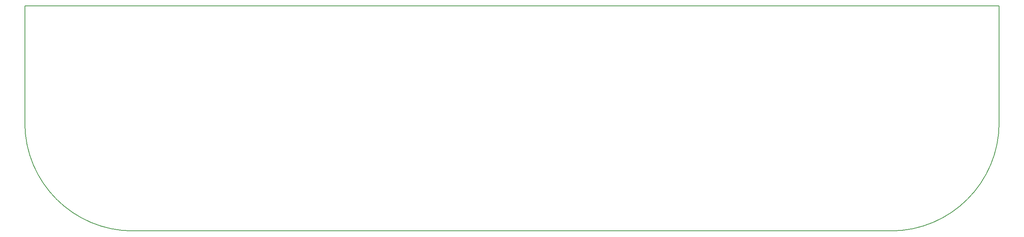
<source format=gbr>
G04 #@! TF.GenerationSoftware,KiCad,Pcbnew,(5.1.0-0)*
G04 #@! TF.CreationDate,2019-05-22T01:12:31-05:00*
G04 #@! TF.ProjectId,IN-18,494e2d31-382e-46b6-9963-61645f706362,rev?*
G04 #@! TF.SameCoordinates,Original*
G04 #@! TF.FileFunction,Profile,NP*
%FSLAX46Y46*%
G04 Gerber Fmt 4.6, Leading zero omitted, Abs format (unit mm)*
G04 Created by KiCad (PCBNEW (5.1.0-0)) date 2019-05-22 01:12:31*
%MOMM*%
%LPD*%
G04 APERTURE LIST*
%ADD10C,0.200000*%
G04 APERTURE END LIST*
D10*
X61240000Y-128200000D02*
G75*
G02X36240000Y-103200000I0J25000000D01*
G01*
X261240000Y-76200000D02*
X261240000Y-103200000D01*
X36240000Y-103200000D02*
X36240000Y-76200000D01*
X261240000Y-103200000D02*
G75*
G02X236240000Y-128200000I-25000000J0D01*
G01*
X261240000Y-76200000D02*
X36240000Y-76200000D01*
X236240000Y-128200000D02*
X61240000Y-128200000D01*
M02*

</source>
